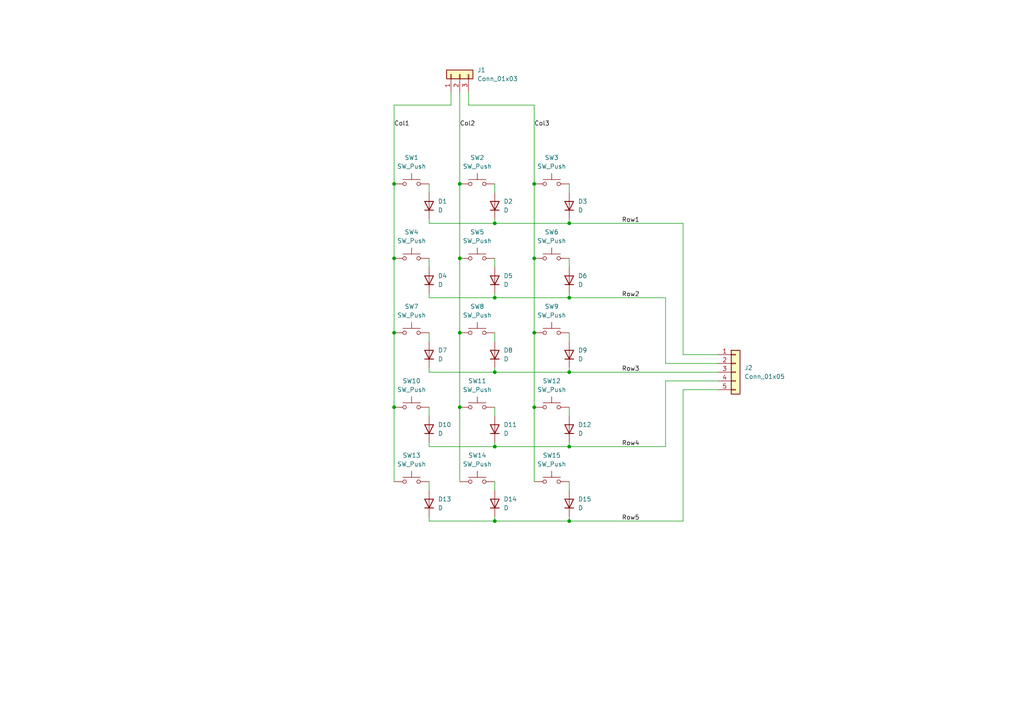
<source format=kicad_sch>
(kicad_sch (version 20250114) (generator "eeschema") (generator_version "9.0")
  (paper "A4")
  (title_block (title "Keymatrix") (date "2025-03-31") (rev "Rev0.1") (company "Funkeleinhorn"))
  (lib_symbols
    (symbol "Connector_Generic:Conn_01x03" (pin_names (offset 1.016) (hide yes))
      (property "Reference" "J" (at 0 5.08 0))
      (property "Value" "Conn_01x03" (at 0 -5.08 0))
      (symbol "Conn_01x03_1_1"
        (rectangle (start -1.27 3.81) (end 1.27 -3.81) (stroke (width 0.254)) (fill (type background)))
        (rectangle (start -1.27 2.667) (end 0 2.413) (stroke (width 0.1524)))
        (rectangle (start -1.27 0.127) (end 0 -0.127) (stroke (width 0.1524)))
        (rectangle (start -1.27 -2.413) (end 0 -2.667) (stroke (width 0.1524)))
        (pin passive line (at -5.08 2.54 0) (length 3.81) (name "Pin_1") (number "1"))
        (pin passive line (at -5.08 0 0) (length 3.81) (name "Pin_2") (number "2"))
        (pin passive line (at -5.08 -2.54 0) (length 3.81) (name "Pin_3") (number "3"))
      )
    )
    (symbol "Connector_Generic:Conn_01x05" (pin_names (offset 1.016) (hide yes))
      (property "Reference" "J" (at 0 7.62 0))
      (property "Value" "Conn_01x05" (at 0 -7.62 0))
      (symbol "Conn_01x05_1_1"
        (rectangle (start -1.27 6.35) (end 1.27 -6.35) (stroke (width 0.254)) (fill (type background)))
        (rectangle (start -1.27 5.207) (end 0 4.953) (stroke (width 0.1524)))
        (rectangle (start -1.27 2.667) (end 0 2.413) (stroke (width 0.1524)))
        (rectangle (start -1.27 0.127) (end 0 -0.127) (stroke (width 0.1524)))
        (rectangle (start -1.27 -2.413) (end 0 -2.667) (stroke (width 0.1524)))
        (rectangle (start -1.27 -4.953) (end 0 -5.207) (stroke (width 0.1524)))
        (pin passive line (at -5.08 5.08 0) (length 3.81) (name "Pin_1") (number "1"))
        (pin passive line (at -5.08 2.54 0) (length 3.81) (name "Pin_2") (number "2"))
        (pin passive line (at -5.08 0 0) (length 3.81) (name "Pin_3") (number "3"))
        (pin passive line (at -5.08 -2.54 0) (length 3.81) (name "Pin_4") (number "4"))
        (pin passive line (at -5.08 -5.08 0) (length 3.81) (name "Pin_5") (number "5"))
      )
    )
    (symbol "Device:D" (pin_numbers (hide yes)) (pin_names (offset 1.016) (hide yes))
      (property "Reference" "D" (at 0 2.54 0))
      (property "Value" "D" (at 0 -2.54 0))
      (symbol "D_0_1"
        (polyline (pts (xy -1.27 1.27) (xy -1.27 -1.27)) (stroke (width 0.254)))
        (polyline (pts (xy 1.27 1.27) (xy 1.27 -1.27) (xy -1.27 0) (xy 1.27 1.27)) (stroke (width 0.254)))
        (polyline (pts (xy 1.27 0) (xy -1.27 0)))
      )
      (symbol "D_1_1"
        (pin passive line (at -3.81 0 0) (length 2.54) (name "K") (number "1"))
        (pin passive line (at 3.81 0 180) (length 2.54) (name "A") (number "2"))
      )
    )
    (symbol "Switch:SW_Push" (pin_numbers (hide yes)) (pin_names (offset 1.016) (hide yes))
      (property "Reference" "SW" (at 1.27 2.54 0))
      (property "Value" "SW_Push" (at 0 -1.524 0))
      (symbol "SW_Push_0_1"
        (circle (center -2.032 0) (radius 0.508))
        (polyline (pts (xy 0 1.27) (xy 0 3.048)))
        (circle (center 2.032 0) (radius 0.508))
        (polyline (pts (xy 2.54 1.27) (xy -2.54 1.27)))
        (pin passive line (at -5.08 0 0) (length 2.54) (name "1") (number "1"))
        (pin passive line (at 5.08 0 180) (length 2.54) (name "2") (number "2"))
      )
    )
  )
  (junction (at 143.51 64.77))
  (junction (at 154.94 74.93))
  (junction (at 133.35 96.52))
  (junction (at 143.51 129.54))
  (junction (at 133.35 118.11))
  (junction (at 143.51 107.95))
  (junction (at 114.3 96.52))
  (junction (at 154.94 96.52))
  (junction (at 133.35 74.93))
  (junction (at 114.3 53.34))
  (junction (at 143.51 86.36))
  (junction (at 114.3 118.11))
  (junction (at 133.35 53.34))
  (junction (at 154.94 118.11))
  (junction (at 165.1 129.54))
  (junction (at 165.1 64.77))
  (junction (at 114.3 74.93))
  (junction (at 143.51 151.13))
  (junction (at 154.94 53.34))
  (junction (at 165.1 107.95))
  (junction (at 165.1 151.13))
  (junction (at 165.1 86.36))
  (wire (pts (xy 143.51 86.36) (xy 165.1 86.36)))
  (wire (pts (xy 124.46 96.52) (xy 124.46 99.06)))
  (wire (pts (xy 154.94 53.34) (xy 154.94 74.93)))
  (wire (pts (xy 208.28 110.49) (xy 193.04 110.49)))
  (wire (pts (xy 165.1 74.93) (xy 165.1 77.47)))
  (wire (pts (xy 124.46 107.95) (xy 124.46 106.68)))
  (wire (pts (xy 130.81 30.48) (xy 114.3 30.48)))
  (wire (pts (xy 114.3 96.52) (xy 114.3 118.11)))
  (wire (pts (xy 124.46 86.36) (xy 124.46 85.09)))
  (wire (pts (xy 198.12 113.03) (xy 198.12 151.13)))
  (wire (pts (xy 124.46 129.54) (xy 143.51 129.54)))
  (wire (pts (xy 208.28 113.03) (xy 198.12 113.03)))
  (wire (pts (xy 198.12 102.87) (xy 198.12 64.77)))
  (wire (pts (xy 165.1 129.54) (xy 193.04 129.54)))
  (wire (pts (xy 165.1 139.7) (xy 165.1 142.24)))
  (wire (pts (xy 143.51 129.54) (xy 143.51 128.27)))
  (wire (pts (xy 165.1 53.34) (xy 165.1 55.88)))
  (wire (pts (xy 133.35 96.52) (xy 133.35 118.11)))
  (wire (pts (xy 124.46 118.11) (xy 124.46 120.65)))
  (wire (pts (xy 133.35 74.93) (xy 133.35 96.52)))
  (wire (pts (xy 114.3 74.93) (xy 114.3 96.52)))
  (wire (pts (xy 114.3 53.34) (xy 114.3 74.93)))
  (wire (pts (xy 208.28 105.41) (xy 193.04 105.41)))
  (wire (pts (xy 135.89 26.67) (xy 135.89 30.48)))
  (wire (pts (xy 165.1 86.36) (xy 165.1 85.09)))
  (wire (pts (xy 124.46 64.77) (xy 124.46 63.5)))
  (wire (pts (xy 208.28 102.87) (xy 198.12 102.87)))
  (wire (pts (xy 124.46 64.77) (xy 143.51 64.77)))
  (wire (pts (xy 124.46 53.34) (xy 124.46 55.88)))
  (wire (pts (xy 143.51 107.95) (xy 165.1 107.95)))
  (wire (pts (xy 143.51 53.34) (xy 143.51 55.88)))
  (wire (pts (xy 165.1 86.36) (xy 193.04 86.36)))
  (wire (pts (xy 165.1 151.13) (xy 198.12 151.13)))
  (wire (pts (xy 165.1 96.52) (xy 165.1 99.06)))
  (wire (pts (xy 165.1 107.95) (xy 165.1 106.68)))
  (wire (pts (xy 143.51 107.95) (xy 143.51 106.68)))
  (wire (pts (xy 154.94 30.48) (xy 154.94 53.34)))
  (wire (pts (xy 124.46 86.36) (xy 143.51 86.36)))
  (wire (pts (xy 124.46 139.7) (xy 124.46 142.24)))
  (wire (pts (xy 165.1 129.54) (xy 165.1 128.27)))
  (wire (pts (xy 143.51 74.93) (xy 143.51 77.47)))
  (wire (pts (xy 143.51 96.52) (xy 143.51 99.06)))
  (wire (pts (xy 154.94 118.11) (xy 154.94 139.7)))
  (wire (pts (xy 143.51 151.13) (xy 143.51 149.86)))
  (wire (pts (xy 165.1 118.11) (xy 165.1 120.65)))
  (wire (pts (xy 114.3 118.11) (xy 114.3 139.7)))
  (wire (pts (xy 143.51 64.77) (xy 165.1 64.77)))
  (wire (pts (xy 143.51 64.77) (xy 143.51 63.5)))
  (wire (pts (xy 154.94 74.93) (xy 154.94 96.52)))
  (wire (pts (xy 165.1 107.95) (xy 208.28 107.95)))
  (wire (pts (xy 193.04 110.49) (xy 193.04 129.54)))
  (wire (pts (xy 143.51 139.7) (xy 143.51 142.24)))
  (wire (pts (xy 154.94 96.52) (xy 154.94 118.11)))
  (wire (pts (xy 193.04 105.41) (xy 193.04 86.36)))
  (wire (pts (xy 165.1 151.13) (xy 165.1 149.86)))
  (wire (pts (xy 143.51 86.36) (xy 143.51 85.09)))
  (wire (pts (xy 143.51 118.11) (xy 143.51 120.65)))
  (wire (pts (xy 135.89 30.48) (xy 154.94 30.48)))
  (wire (pts (xy 124.46 151.13) (xy 143.51 151.13)))
  (wire (pts (xy 133.35 53.34) (xy 133.35 74.93)))
  (wire (pts (xy 114.3 30.48) (xy 114.3 53.34)))
  (wire (pts (xy 133.35 26.67) (xy 133.35 53.34)))
  (wire (pts (xy 165.1 64.77) (xy 198.12 64.77)))
  (wire (pts (xy 143.51 129.54) (xy 165.1 129.54)))
  (wire (pts (xy 133.35 118.11) (xy 133.35 139.7)))
  (wire (pts (xy 124.46 107.95) (xy 143.51 107.95)))
  (wire (pts (xy 124.46 129.54) (xy 124.46 128.27)))
  (wire (pts (xy 124.46 151.13) (xy 124.46 149.86)))
  (wire (pts (xy 130.81 26.67) (xy 130.81 30.48)))
  (wire (pts (xy 124.46 74.93) (xy 124.46 77.47)))
  (wire (pts (xy 143.51 151.13) (xy 165.1 151.13)))
  (wire (pts (xy 165.1 64.77) (xy 165.1 63.5)))
  (label "Col1" (at 114.3 36.83 0))
  (label "Row3" (at 180.34 107.95 0))
  (label "Row2" (at 180.34 86.36 0))
  (label "Row4" (at 180.34 129.54 0))
  (label "Row5" (at 180.34 151.13 0))
  (label "Col3" (at 154.94 36.83 0))
  (label "Row1" (at 180.34 64.77 0))
  (label "Col2" (at 133.35 36.83 0))
  (symbol (lib_id "Connector_Generic:Conn_01x05") (at 213.36 107.95 0) (unit 1)
    (property "Reference" "J2" (at 215.9 106.6799 0) (effects (justify left)))
    (property "Value" "Conn_01x05" (at 215.9 109.2199 0) (effects (justify left)))
    (property "Footprint" "Connector_PinHeader_2.54mm:PinHeader_1x05_P2.54mm_Vertical" (effects (hide yes)))
    (property "Description" "Generic connector, single row, 01x05, script generated (kicad-library-utils/schlib/autogen/connector/)" (effects (hide yes)))
  )
  (symbol (lib_id "Device:D") (at 143.51 124.46 90) (unit 1)
    (property "Reference" "D11" (at 146.05 123.1899 90) (effects (justify right)))
    (property "Value" "D" (at 146.05 125.7299 90) (effects (justify right)))
    (property "Footprint" "Diode_SMD:D_MiniMELF" (effects (hide yes)))
    (property "Description" "Diode" (effects (hide yes)))
    (property "Sim.Device" "D" (effects (hide yes)))
    (property "Sim.Pins" "1=K 2=A" (effects (hide yes)))
  )
  (symbol (lib_id "Device:D") (at 165.1 102.87 90) (unit 1)
    (property "Reference" "D9" (at 167.64 101.5999 90) (effects (justify right)))
    (property "Value" "D" (at 167.64 104.1399 90) (effects (justify right)))
    (property "Footprint" "Diode_SMD:D_MiniMELF" (effects (hide yes)))
    (property "Description" "Diode" (effects (hide yes)))
    (property "Sim.Device" "D" (effects (hide yes)))
    (property "Sim.Pins" "1=K 2=A" (effects (hide yes)))
  )
  (symbol (lib_id "Device:D") (at 124.46 59.69 90) (unit 1)
    (property "Reference" "D1" (at 127 58.4199 90) (effects (justify right)))
    (property "Value" "D" (at 127 60.9599 90) (effects (justify right)))
    (property "Footprint" "Diode_SMD:D_MiniMELF" (effects (hide yes)))
    (property "Description" "Diode" (effects (hide yes)))
    (property "Sim.Device" "D" (effects (hide yes)))
    (property "Sim.Pins" "1=K 2=A" (effects (hide yes)))
  )
  (symbol (lib_id "Device:D") (at 124.46 146.05 90) (unit 1)
    (property "Reference" "D13" (at 127 144.7799 90) (effects (justify right)))
    (property "Value" "D" (at 127 147.3199 90) (effects (justify right)))
    (property "Footprint" "Diode_SMD:D_MiniMELF" (effects (hide yes)))
    (property "Description" "Diode" (effects (hide yes)))
    (property "Sim.Device" "D" (effects (hide yes)))
    (property "Sim.Pins" "1=K 2=A" (effects (hide yes)))
  )
  (symbol (lib_id "Device:D") (at 165.1 124.46 90) (unit 1)
    (property "Reference" "D12" (at 167.64 123.1899 90) (effects (justify right)))
    (property "Value" "D" (at 167.64 125.7299 90) (effects (justify right)))
    (property "Footprint" "Diode_SMD:D_MiniMELF" (effects (hide yes)))
    (property "Description" "Diode" (effects (hide yes)))
    (property "Sim.Device" "D" (effects (hide yes)))
    (property "Sim.Pins" "1=K 2=A" (effects (hide yes)))
  )
  (symbol (lib_id "Device:D") (at 143.51 81.28 90) (unit 1)
    (property "Reference" "D5" (at 146.05 80.0099 90) (effects (justify right)))
    (property "Value" "D" (at 146.05 82.5499 90) (effects (justify right)))
    (property "Footprint" "Diode_SMD:D_MiniMELF" (effects (hide yes)))
    (property "Description" "Diode" (effects (hide yes)))
    (property "Sim.Device" "D" (effects (hide yes)))
    (property "Sim.Pins" "1=K 2=A" (effects (hide yes)))
  )
  (symbol (lib_id "Switch:SW_Push") (at 160.02 118.11 0) (unit 1)
    (property "Reference" "SW12" (at 160.02 110.49 0))
    (property "Value" "SW_Push" (at 160.02 113.03 0))
    (property "Footprint" "Button_Switch_SMD:SW_SPST_PTS645" (effects (hide yes)))
    (property "Description" "Push button switch, generic, two pins" (effects (hide yes)))
  )
  (symbol (lib_id "Switch:SW_Push") (at 119.38 74.93 0) (unit 1)
    (property "Reference" "SW4" (at 119.38 67.31 0))
    (property "Value" "SW_Push" (at 119.38 69.85 0))
    (property "Footprint" "Button_Switch_SMD:SW_SPST_PTS645" (effects (hide yes)))
    (property "Description" "Push button switch, generic, two pins" (effects (hide yes)))
  )
  (symbol (lib_id "Switch:SW_Push") (at 160.02 74.93 0) (unit 1)
    (property "Reference" "SW6" (at 160.02 67.31 0))
    (property "Value" "SW_Push" (at 160.02 69.85 0))
    (property "Footprint" "Button_Switch_SMD:SW_SPST_PTS645" (effects (hide yes)))
    (property "Description" "Push button switch, generic, two pins" (effects (hide yes)))
  )
  (symbol (lib_id "Switch:SW_Push") (at 138.43 96.52 0) (unit 1)
    (property "Reference" "SW8" (at 138.43 88.9 0))
    (property "Value" "SW_Push" (at 138.43 91.44 0))
    (property "Footprint" "Button_Switch_SMD:SW_SPST_PTS645" (effects (hide yes)))
    (property "Description" "Push button switch, generic, two pins" (effects (hide yes)))
  )
  (symbol (lib_id "Switch:SW_Push") (at 119.38 118.11 0) (unit 1)
    (property "Reference" "SW10" (at 119.38 110.49 0))
    (property "Value" "SW_Push" (at 119.38 113.03 0))
    (property "Footprint" "Button_Switch_SMD:SW_SPST_PTS645" (effects (hide yes)))
    (property "Description" "Push button switch, generic, two pins" (effects (hide yes)))
  )
  (symbol (lib_id "Device:D") (at 143.51 102.87 90) (unit 1)
    (property "Reference" "D8" (at 146.05 101.5999 90) (effects (justify right)))
    (property "Value" "D" (at 146.05 104.1399 90) (effects (justify right)))
    (property "Footprint" "Diode_SMD:D_MiniMELF" (effects (hide yes)))
    (property "Description" "Diode" (effects (hide yes)))
    (property "Sim.Device" "D" (effects (hide yes)))
    (property "Sim.Pins" "1=K 2=A" (effects (hide yes)))
  )
  (symbol (lib_id "Device:D") (at 165.1 146.05 90) (unit 1)
    (property "Reference" "D15" (at 167.64 144.7799 90) (effects (justify right)))
    (property "Value" "D" (at 167.64 147.3199 90) (effects (justify right)))
    (property "Footprint" "Diode_SMD:D_MiniMELF" (effects (hide yes)))
    (property "Description" "Diode" (effects (hide yes)))
    (property "Sim.Device" "D" (effects (hide yes)))
    (property "Sim.Pins" "1=K 2=A" (effects (hide yes)))
  )
  (symbol (lib_id "Switch:SW_Push") (at 138.43 118.11 0) (unit 1)
    (property "Reference" "SW11" (at 138.43 110.49 0))
    (property "Value" "SW_Push" (at 138.43 113.03 0))
    (property "Footprint" "Button_Switch_SMD:SW_SPST_PTS645" (effects (hide yes)))
    (property "Description" "Push button switch, generic, two pins" (effects (hide yes)))
  )
  (symbol (lib_id "Switch:SW_Push") (at 119.38 53.34 0) (unit 1)
    (property "Reference" "SW1" (at 119.38 45.72 0))
    (property "Value" "SW_Push" (at 119.38 48.26 0))
    (property "Footprint" "Button_Switch_SMD:SW_SPST_PTS645" (effects (hide yes)))
    (property "Description" "Push button switch, generic, two pins" (effects (hide yes)))
  )
  (symbol (lib_id "Device:D") (at 165.1 81.28 90) (unit 1)
    (property "Reference" "D6" (at 167.64 80.0099 90) (effects (justify right)))
    (property "Value" "D" (at 167.64 82.5499 90) (effects (justify right)))
    (property "Footprint" "Diode_SMD:D_MiniMELF" (effects (hide yes)))
    (property "Description" "Diode" (effects (hide yes)))
    (property "Sim.Device" "D" (effects (hide yes)))
    (property "Sim.Pins" "1=K 2=A" (effects (hide yes)))
  )
  (symbol (lib_id "Device:D") (at 124.46 124.46 90) (unit 1)
    (property "Reference" "D10" (at 127 123.1899 90) (effects (justify right)))
    (property "Value" "D" (at 127 125.7299 90) (effects (justify right)))
    (property "Footprint" "Diode_SMD:D_MiniMELF" (effects (hide yes)))
    (property "Description" "Diode" (effects (hide yes)))
    (property "Sim.Device" "D" (effects (hide yes)))
    (property "Sim.Pins" "1=K 2=A" (effects (hide yes)))
  )
  (symbol (lib_id "Switch:SW_Push") (at 119.38 139.7 0) (unit 1)
    (property "Reference" "SW13" (at 119.38 132.08 0))
    (property "Value" "SW_Push" (at 119.38 134.62 0))
    (property "Footprint" "Button_Switch_SMD:SW_SPST_PTS645" (effects (hide yes)))
    (property "Description" "Push button switch, generic, two pins" (effects (hide yes)))
  )
  (symbol (lib_id "Device:D") (at 124.46 102.87 90) (unit 1)
    (property "Reference" "D7" (at 127 101.5999 90) (effects (justify right)))
    (property "Value" "D" (at 127 104.1399 90) (effects (justify right)))
    (property "Footprint" "Diode_SMD:D_MiniMELF" (effects (hide yes)))
    (property "Description" "Diode" (effects (hide yes)))
    (property "Sim.Device" "D" (effects (hide yes)))
    (property "Sim.Pins" "1=K 2=A" (effects (hide yes)))
  )
  (symbol (lib_id "Device:D") (at 124.46 81.28 90) (unit 1)
    (property "Reference" "D4" (at 127 80.0099 90) (effects (justify right)))
    (property "Value" "D" (at 127 82.5499 90) (effects (justify right)))
    (property "Footprint" "Diode_SMD:D_MiniMELF" (effects (hide yes)))
    (property "Description" "Diode" (effects (hide yes)))
    (property "Sim.Device" "D" (effects (hide yes)))
    (property "Sim.Pins" "1=K 2=A" (effects (hide yes)))
  )
  (symbol (lib_id "Device:D") (at 143.51 146.05 90) (unit 1)
    (property "Reference" "D14" (at 146.05 144.7799 90) (effects (justify right)))
    (property "Value" "D" (at 146.05 147.3199 90) (effects (justify right)))
    (property "Footprint" "Diode_SMD:D_MiniMELF" (effects (hide yes)))
    (property "Description" "Diode" (effects (hide yes)))
    (property "Sim.Device" "D" (effects (hide yes)))
    (property "Sim.Pins" "1=K 2=A" (effects (hide yes)))
  )
  (symbol (lib_id "Switch:SW_Push") (at 119.38 96.52 0) (unit 1)
    (property "Reference" "SW7" (at 119.38 88.9 0))
    (property "Value" "SW_Push" (at 119.38 91.44 0))
    (property "Footprint" "Button_Switch_SMD:SW_SPST_PTS645" (effects (hide yes)))
    (property "Description" "Push button switch, generic, two pins" (effects (hide yes)))
  )
  (symbol (lib_id "Device:D") (at 165.1 59.69 90) (unit 1)
    (property "Reference" "D3" (at 167.64 58.4199 90) (effects (justify right)))
    (property "Value" "D" (at 167.64 60.9599 90) (effects (justify right)))
    (property "Footprint" "Diode_SMD:D_MiniMELF" (effects (hide yes)))
    (property "Description" "Diode" (effects (hide yes)))
    (property "Sim.Device" "D" (effects (hide yes)))
    (property "Sim.Pins" "1=K 2=A" (effects (hide yes)))
  )
  (symbol (lib_id "Switch:SW_Push") (at 138.43 139.7 0) (unit 1)
    (property "Reference" "SW14" (at 138.43 132.08 0))
    (property "Value" "SW_Push" (at 138.43 134.62 0))
    (property "Footprint" "Button_Switch_SMD:SW_SPST_PTS645" (effects (hide yes)))
    (property "Description" "Push button switch, generic, two pins" (effects (hide yes)))
  )
  (symbol (lib_id "Connector_Generic:Conn_01x03") (at 133.35 21.59 90) (unit 1)
    (property "Reference" "J1" (at 138.43 20.3199 90) (effects (justify right)))
    (property "Value" "Conn_01x03" (at 138.43 22.8599 90) (effects (justify right)))
    (property "Footprint" "Connector_PinHeader_2.54mm:PinHeader_1x03_P2.54mm_Vertical" (effects (hide yes)))
    (property "Description" "Generic connector, single row, 01x03, script generated (kicad-library-utils/schlib/autogen/connector/)" (effects (hide yes)))
  )
  (symbol (lib_id "Device:D") (at 143.51 59.69 90) (unit 1)
    (property "Reference" "D2" (at 146.05 58.4199 90) (effects (justify right)))
    (property "Value" "D" (at 146.05 60.9599 90) (effects (justify right)))
    (property "Footprint" "Diode_SMD:D_MiniMELF" (effects (hide yes)))
    (property "Description" "Diode" (effects (hide yes)))
    (property "Sim.Device" "D" (effects (hide yes)))
    (property "Sim.Pins" "1=K 2=A" (effects (hide yes)))
  )
  (symbol (lib_id "Switch:SW_Push") (at 160.02 96.52 0) (unit 1)
    (property "Reference" "SW9" (at 160.02 88.9 0))
    (property "Value" "SW_Push" (at 160.02 91.44 0))
    (property "Footprint" "Button_Switch_SMD:SW_SPST_PTS645" (effects (hide yes)))
    (property "Description" "Push button switch, generic, two pins" (effects (hide yes)))
  )
  (symbol (lib_id "Switch:SW_Push") (at 160.02 53.34 0) (unit 1)
    (property "Reference" "SW3" (at 160.02 45.72 0))
    (property "Value" "SW_Push" (at 160.02 48.26 0))
    (property "Footprint" "Button_Switch_SMD:SW_SPST_PTS645" (effects (hide yes)))
    (property "Description" "Push button switch, generic, two pins" (effects (hide yes)))
  )
  (symbol (lib_id "Switch:SW_Push") (at 160.02 139.7 0) (unit 1)
    (property "Reference" "SW15" (at 160.02 132.08 0))
    (property "Value" "SW_Push" (at 160.02 134.62 0))
    (property "Footprint" "Button_Switch_SMD:SW_SPST_PTS645" (effects (hide yes)))
    (property "Description" "Push button switch, generic, two pins" (effects (hide yes)))
  )
  (symbol (lib_id "Switch:SW_Push") (at 138.43 74.93 0) (unit 1)
    (property "Reference" "SW5" (at 138.43 67.31 0))
    (property "Value" "SW_Push" (at 138.43 69.85 0))
    (property "Footprint" "Button_Switch_SMD:SW_SPST_PTS645" (effects (hide yes)))
    (property "Description" "Push button switch, generic, two pins" (effects (hide yes)))
  )
  (symbol (lib_id "Switch:SW_Push") (at 138.43 53.34 0) (unit 1)
    (property "Reference" "SW2" (at 138.43 45.72 0))
    (property "Value" "SW_Push" (at 138.43 48.26 0))
    (property "Footprint" "Button_Switch_SMD:SW_SPST_PTS645" (effects (hide yes)))
    (property "Description" "Push button switch, generic, two pins" (effects (hide yes)))
  )
)
</source>
